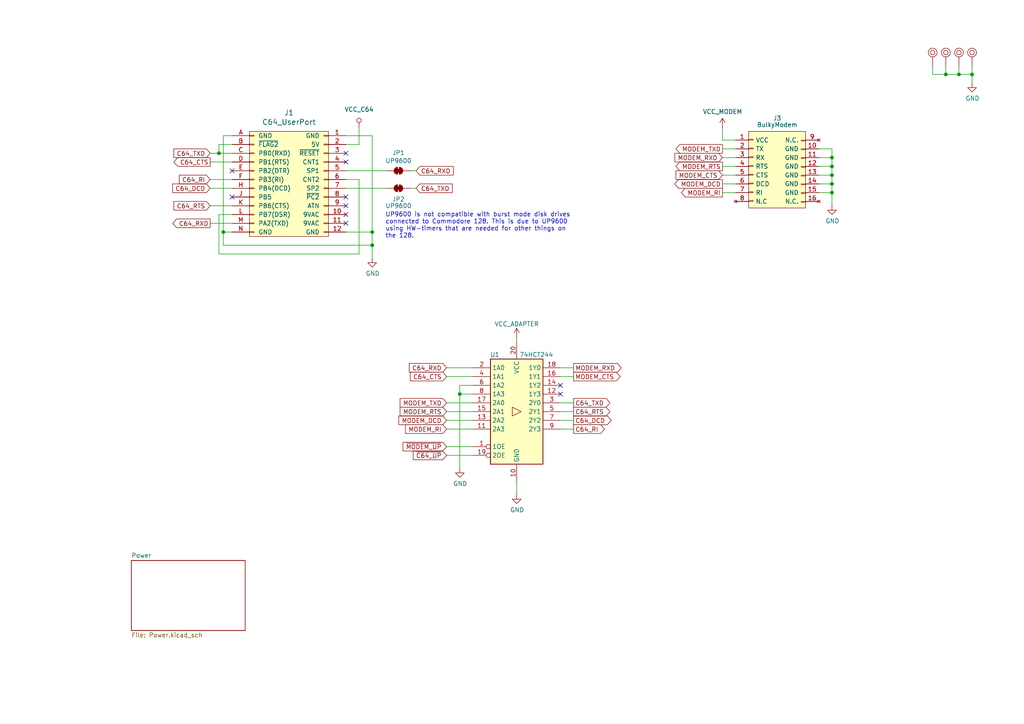
<source format=kicad_sch>
(kicad_sch (version 20231120) (generator "eeschema") (generator_version "8.0")
  (paper "A4")
  (title_block (title "BulkyModem (C64 UserPort Adapter)") (comment 4 "UserPort adapter for connecting to the BulkyModem via a 2x8-pin IDC cable."))
  (lib_symbols
    (symbol "74xx:74HCT244"
      (property "Reference" "U" (at -7.62 16.51 0))
      (property "Value" "74HCT244" (at -7.62 -16.51 0))
      (symbol "74HCT244_1_0"
        (polyline (pts (xy 1.27 0) (xy -1.27 1.27) (xy -1.27 -1.27) (xy 1.27 0)) (stroke (width 0.1524)))
        (pin input inverted (at -12.7 -10.16 0) (length 5.08) (name "1OE") (number "1"))
        (pin power_in line (at 0 -20.32 90) (length 5.08) (name "GND") (number "10"))
        (pin input line (at -12.7 -5.08 0) (length 5.08) (name "2A3") (number "11"))
        (pin tri_state line (at 12.7 5.08 180) (length 5.08) (name "1Y3") (number "12"))
        (pin input line (at -12.7 -2.54 0) (length 5.08) (name "2A2") (number "13"))
        (pin tri_state line (at 12.7 7.62 180) (length 5.08) (name "1Y2") (number "14"))
        (pin input line (at -12.7 0 0) (length 5.08) (name "2A1") (number "15"))
        (pin tri_state line (at 12.7 10.16 180) (length 5.08) (name "1Y1") (number "16"))
        (pin input line (at -12.7 2.54 0) (length 5.08) (name "2A0") (number "17"))
        (pin tri_state line (at 12.7 12.7 180) (length 5.08) (name "1Y0") (number "18"))
        (pin input inverted (at -12.7 -12.7 0) (length 5.08) (name "2OE") (number "19"))
        (pin input line (at -12.7 12.7 0) (length 5.08) (name "1A0") (number "2"))
        (pin power_in line (at 0 20.32 270) (length 5.08) (name "VCC") (number "20"))
        (pin tri_state line (at 12.7 2.54 180) (length 5.08) (name "2Y0") (number "3"))
        (pin input line (at -12.7 10.16 0) (length 5.08) (name "1A1") (number "4"))
        (pin tri_state line (at 12.7 0 180) (length 5.08) (name "2Y1") (number "5"))
        (pin input line (at -12.7 7.62 0) (length 5.08) (name "1A2") (number "6"))
        (pin tri_state line (at 12.7 -2.54 180) (length 5.08) (name "2Y2") (number "7"))
        (pin input line (at -12.7 5.08 0) (length 5.08) (name "1A3") (number "8"))
        (pin tri_state line (at 12.7 -5.08 180) (length 5.08) (name "2Y3") (number "9"))
      )
      (symbol "74HCT244_1_1"
        (rectangle (start -7.62 15.24) (end 7.62 -15.24) (stroke (width 0.254)) (fill (type background)))
      )
    )
    (symbol "Jumper:SolderJumper_2_Bridged" (pin_numbers hide) (pin_names (offset 0) hide) (exclude_from_sim yes) (in_bom no)
      (property "Reference" "JP" (at 0 2.032 0))
      (property "Value" "SolderJumper_2_Bridged" (at 0 -2.54 0))
      (symbol "SolderJumper_2_Bridged_0_1"
        (rectangle (start -0.508 0.508) (end 0.508 -0.508) (fill (type outline)))
        (arc (start -0.254 1.016) (mid -1.2656 0) (end -0.254 -1.016))
        (arc (start -0.254 1.016) (mid -1.2656 0) (end -0.254 -1.016) (fill (type outline)))
        (polyline (pts (xy -0.254 1.016) (xy -0.254 -1.016)))
        (polyline (pts (xy 0.254 1.016) (xy 0.254 -1.016)))
        (arc (start 0.254 -1.016) (mid 1.2656 0) (end 0.254 1.016))
        (arc (start 0.254 -1.016) (mid 1.2656 0) (end 0.254 1.016) (fill (type outline)))
      )
      (symbol "SolderJumper_2_Bridged_1_1"
        (pin passive line (at -3.81 0 0) (length 2.54) (name "A") (number "1"))
        (pin passive line (at 3.81 0 180) (length 2.54) (name "B") (number "2"))
      )
    )
    (symbol "barrel_jack:VIN" (power) (pin_names (offset 0))
      (property "Value" "VIN" (at 0 3.81 0))
      (symbol "VIN_0_1"
        (polyline (pts (xy 0 0) (xy 0 1.27)))
        (circle (center 0 1.905) (radius 0.635))
      )
      (symbol "VIN_1_1"
        (pin power_in line (at 0 0 90) (length 0) hide (name "VIN") (number "1"))
      )
    )
    (symbol "c64_adapter_idc:C64_Modem_IDC" (pin_names (offset 2.0066))
      (property "Reference" "J" (at -0.762 3.556 0))
      (property "Value" "C64_Modem_IDC" (at -0.508 -21.082 0))
      (symbol "C64_Modem_IDC_0_1"
        (rectangle (start -8.255 -7.62) (end -8.255 -10.16) (fill (type outline)))
        (rectangle (start -8.255 2.54) (end 8.255 -19.685) (fill (type background)))
      )
      (symbol "C64_Modem_IDC_1_1"
        (rectangle (start -8.255 -17.526) (end -6.985 -17.78) (stroke (width 0.1524)))
        (rectangle (start -8.255 -14.986) (end -6.985 -15.24) (stroke (width 0.1524)))
        (rectangle (start -8.255 -12.446) (end -6.985 -12.7) (stroke (width 0.1524)))
        (rectangle (start -8.255 -9.906) (end -6.985 -10.16) (stroke (width 0.1524)))
        (rectangle (start -8.255 -7.366) (end -6.985 -7.62) (stroke (width 0.1524)))
        (rectangle (start -8.255 -4.826) (end -6.985 -5.08) (stroke (width 0.1524)))
        (rectangle (start -8.255 -2.286) (end -6.985 -2.54) (stroke (width 0.1524)))
        (rectangle (start -8.255 0.254) (end -6.985 0) (stroke (width 0.1524)))
        (rectangle (start 8.255 -17.78) (end 6.985 -18.034) (stroke (width 0.1524)))
        (rectangle (start 8.255 -15.24) (end 6.985 -15.494) (stroke (width 0.1524)))
        (rectangle (start 8.255 -12.7) (end 6.985 -12.954) (stroke (width 0.1524)))
        (rectangle (start 8.255 -10.16) (end 6.985 -10.414) (stroke (width 0.1524)))
        (rectangle (start 8.255 -7.62) (end 6.985 -7.874) (stroke (width 0.1524)))
        (rectangle (start 8.255 -5.08) (end 6.985 -5.334) (stroke (width 0.1524)))
        (rectangle (start 8.255 -2.54) (end 6.985 -2.794) (stroke (width 0.1524)))
        (rectangle (start 8.255 0) (end 6.985 -0.254) (stroke (width 0.1524)))
        (pin power_out line (at -12.065 0 0) (length 3.81) (name "VCC") (number "1"))
        (pin power_out line (at 12.065 -2.54 180) (length 3.81) (name "GND") (number "10"))
        (pin passive line (at 12.065 -5.08 180) (length 3.81) (name "GND") (number "11"))
        (pin passive line (at 12.065 -7.62 180) (length 3.81) (name "GND") (number "12"))
        (pin passive line (at 12.065 -10.16 180) (length 3.81) (name "GND") (number "13"))
        (pin passive line (at 12.065 -12.7 180) (length 3.81) (name "GND") (number "14"))
        (pin passive line (at 12.065 -15.24 180) (length 3.81) (name "GND") (number "15"))
        (pin no_connect line (at 12.065 -17.78 180) (length 3.81) (name "N.C.") (number "16"))
        (pin output line (at -12.065 -2.54 0) (length 3.81) (name "TX") (number "2"))
        (pin input line (at -12.065 -5.08 0) (length 3.81) (name "RX") (number "3"))
        (pin output line (at -12.065 -7.62 0) (length 3.81) (name "RTS") (number "4"))
        (pin input line (at -12.065 -10.16 0) (length 3.81) (name "CTS") (number "5"))
        (pin output line (at -12.065 -12.7 0) (length 3.81) (name "DCD") (number "6"))
        (pin output line (at -12.065 -15.24 0) (length 3.81) (name "RI") (number "7"))
        (pin no_connect line (at -12.065 -17.78 0) (length 3.81) (name "N.C") (number "8"))
        (pin no_connect line (at 12.065 0 180) (length 3.81) (name "N.C.") (number "9"))
      )
    )
    (symbol "c64_user_port:C64_User_Port_Serial" (pin_names (offset 2.54))
      (property "Reference" "J" (at -10.16 17.145 0))
      (property "Value" "C64_User_Port_Serial" (at 0 -17.145 0))
      (symbol "C64_User_Port_Serial_0_1"
        (rectangle (start -11.43 15.24) (end 11.43 -15.24) (fill (type background)))
      )
      (symbol "C64_User_Port_Serial_1_1"
        (rectangle (start -11.43 -13.843) (end -10.16 -14.097) (stroke (width 0.1524)))
        (rectangle (start -11.43 -11.303) (end -10.16 -11.557) (stroke (width 0.1524)))
        (rectangle (start -11.43 -8.763) (end -10.16 -9.017) (stroke (width 0.1524)))
        (rectangle (start -11.43 -6.223) (end -10.16 -6.477) (stroke (width 0.1524)))
        (rectangle (start -11.43 -3.683) (end -10.16 -3.937) (stroke (width 0.1524)))
        (rectangle (start -11.43 -1.143) (end -10.16 -1.397) (stroke (width 0.1524)))
        (rectangle (start -11.43 1.397) (end -10.16 1.143) (stroke (width 0.1524)))
        (rectangle (start -11.43 3.937) (end -10.16 3.683) (stroke (width 0.1524)))
        (rectangle (start -11.43 6.477) (end -10.16 6.223) (stroke (width 0.1524)))
        (rectangle (start -11.43 9.017) (end -10.16 8.763) (stroke (width 0.1524)))
        (rectangle (start -11.43 11.557) (end -10.16 11.303) (stroke (width 0.1524)))
        (rectangle (start -11.43 14.097) (end -10.16 13.843) (stroke (width 0.1524)))
        (rectangle (start 10.16 -13.843) (end 11.43 -14.097) (stroke (width 0.1524)))
        (rectangle (start 10.16 -11.303) (end 11.43 -11.557) (stroke (width 0.1524)))
        (rectangle (start 10.16 -8.763) (end 11.43 -9.017) (stroke (width 0.1524)))
        (rectangle (start 10.16 -6.223) (end 11.43 -6.477) (stroke (width 0.1524)))
        (rectangle (start 10.16 -3.683) (end 11.43 -3.937) (stroke (width 0.1524)))
        (rectangle (start 10.16 -1.143) (end 11.43 -1.397) (stroke (width 0.1524)))
        (rectangle (start 10.16 1.397) (end 11.43 1.143) (stroke (width 0.1524)))
        (rectangle (start 10.16 3.937) (end 11.43 3.683) (stroke (width 0.1524)))
        (rectangle (start 10.16 6.477) (end 11.43 6.223) (stroke (width 0.1524)))
        (rectangle (start 10.16 9.017) (end 11.43 8.763) (stroke (width 0.1524)))
        (rectangle (start 10.16 11.557) (end 11.43 11.303) (stroke (width 0.1524)))
        (rectangle (start 10.16 14.097) (end 11.43 13.843) (stroke (width 0.1524)))
        (pin passive line (at 16.51 13.97 180) (length 5.08) (name "GND") (number "1"))
        (pin power_out line (at 16.51 -8.89 180) (length 5.08) (name "9VAC") (number "10"))
        (pin power_out line (at 16.51 -11.43 180) (length 5.08) (name "9VAC") (number "11"))
        (pin passive line (at 16.51 -13.97 180) (length 5.08) (name "GND") (number "12"))
        (pin power_out line (at 16.51 11.43 180) (length 5.08) (name "5V") (number "2"))
        (pin bidirectional line (at 16.51 8.89 180) (length 5.08) (name "~{RESET}") (number "3"))
        (pin input line (at 16.51 6.35 180) (length 5.08) (name "CNT1") (number "4"))
        (pin passive line (at 16.51 3.81 180) (length 5.08) (name "SP1") (number "5"))
        (pin input line (at 16.51 1.27 180) (length 5.08) (name "CNT2") (number "6"))
        (pin passive line (at 16.51 -1.27 180) (length 5.08) (name "SP2") (number "7"))
        (pin input line (at 16.51 -3.81 180) (length 5.08) (name "~{PC2}") (number "8"))
        (pin output line (at 16.51 -6.35 180) (length 5.08) (name "ATN") (number "9"))
        (pin passive line (at -16.51 13.97 0) (length 5.08) (name "GND") (number "A"))
        (pin passive line (at -16.51 11.43 0) (length 5.08) (name "~{FLAG2}") (number "B"))
        (pin input line (at -16.51 8.89 0) (length 5.08) (name "PB0(RXD)") (number "C"))
        (pin output line (at -16.51 6.35 0) (length 5.08) (name "PB1(RTS)") (number "D"))
        (pin bidirectional line (at -16.51 3.81 0) (length 5.08) (name "PB2(DTR)") (number "E"))
        (pin input line (at -16.51 1.27 0) (length 5.08) (name "PB3(RI)") (number "F"))
        (pin input line (at -16.51 -1.27 0) (length 5.08) (name "PB4(DCD)") (number "H"))
        (pin bidirectional line (at -16.51 -3.81 0) (length 5.08) (name "PB5") (number "J"))
        (pin input line (at -16.51 -6.35 0) (length 5.08) (name "PB6(CTS)") (number "K"))
        (pin bidirectional line (at -16.51 -8.89 0) (length 5.08) (name "PB7(DSR)") (number "L"))
        (pin output line (at -16.51 -11.43 0) (length 5.08) (name "PA2(TXD)") (number "M"))
        (pin passive line (at -16.51 -13.97 0) (length 5.08) (name "GND") (number "N"))
      )
    )
    (symbol "mounting:Mounting_Pin" (pin_numbers hide) (pin_names (offset 0) hide)
      (symbol "Mounting_Pin_0_1"
        (circle (center 0 0) (radius 0.635))
        (circle (center 0 0) (radius 1.27))
      )
      (symbol "Mounting_Pin_1_1"
        (pin passive line (at 0 -3.81 90) (length 2.54) (name "~") (number "1"))
      )
    )
    (symbol "power:GND" (power) (pin_numbers hide) (pin_names (offset 0) hide)
      (property "Value" "GND" (at 0 -3.81 0))
      (symbol "GND_0_1"
        (polyline (pts (xy 0 0) (xy 0 -1.27) (xy 1.27 -1.27) (xy 0 -2.54) (xy -1.27 -1.27) (xy 0 -1.27)))
      )
      (symbol "GND_1_1"
        (pin power_in line (at 0 0 270) (length 0) (name "~") (number "1"))
      )
    )
    (symbol "power:VCC" (power) (pin_numbers hide) (pin_names (offset 0) hide)
      (property "Value" "VCC" (at 0 3.556 0))
      (symbol "VCC_0_1"
        (polyline (pts (xy -0.762 1.27) (xy 0 2.54)))
        (polyline (pts (xy 0 0) (xy 0 2.54)))
        (polyline (pts (xy 0 2.54) (xy 0.762 1.27)))
      )
      (symbol "VCC_1_1"
        (pin power_in line (at 0 0 90) (length 0) (name "~") (number "1"))
      )
    )
  )
  (junction (at 63.5 44.45))
  (junction (at 241.3 50.8))
  (junction (at 241.3 53.34))
  (junction (at 241.3 55.88))
  (junction (at 107.95 71.12))
  (junction (at 64.77 67.31))
  (junction (at 241.3 48.26))
  (junction (at 133.35 114.3))
  (junction (at 274.32 21.59))
  (junction (at 281.94 21.59))
  (junction (at 241.3 45.72))
  (junction (at 107.95 67.31))
  (junction (at 278.13 21.59))
  (no_connect (at 67.31 57.15))
  (no_connect (at 100.33 59.69))
  (no_connect (at 100.33 64.77))
  (no_connect (at 162.56 114.3))
  (no_connect (at 100.33 57.15))
  (no_connect (at 100.33 44.45))
  (no_connect (at 100.33 46.99))
  (no_connect (at 162.56 111.76))
  (no_connect (at 100.33 62.23))
  (no_connect (at 67.31 49.53))
  (wire (pts (xy 209.55 55.88) (xy 213.36 55.88)))
  (wire (pts (xy 100.33 39.37) (xy 107.95 39.37)))
  (wire (pts (xy 63.5 44.45) (xy 60.96 44.45)))
  (wire (pts (xy 209.55 48.26) (xy 213.36 48.26)))
  (wire (pts (xy 149.86 139.7) (xy 149.86 143.51)))
  (wire (pts (xy 67.31 52.07) (xy 60.96 52.07)))
  (wire (pts (xy 129.54 119.38) (xy 137.16 119.38)))
  (wire (pts (xy 237.49 53.34) (xy 241.3 53.34)))
  (wire (pts (xy 278.13 19.05) (xy 278.13 21.59)))
  (wire (pts (xy 67.31 62.23) (xy 63.5 62.23)))
  (wire (pts (xy 104.14 36.83) (xy 104.14 41.91)))
  (wire (pts (xy 63.5 44.45) (xy 67.31 44.45)))
  (wire (pts (xy 129.54 124.46) (xy 137.16 124.46)))
  (wire (pts (xy 209.55 53.34) (xy 213.36 53.34)))
  (wire (pts (xy 274.32 19.05) (xy 274.32 21.59)))
  (wire (pts (xy 162.56 119.38) (xy 166.37 119.38)))
  (wire (pts (xy 241.3 53.34) (xy 241.3 55.88)))
  (wire (pts (xy 64.77 39.37) (xy 64.77 67.31)))
  (wire (pts (xy 270.51 21.59) (xy 274.32 21.59)))
  (wire (pts (xy 107.95 67.31) (xy 107.95 71.12)))
  (wire (pts (xy 162.56 121.92) (xy 166.37 121.92)))
  (wire (pts (xy 274.32 21.59) (xy 278.13 21.59)))
  (wire (pts (xy 63.5 41.91) (xy 67.31 41.91)))
  (wire (pts (xy 270.51 19.05) (xy 270.51 21.59)))
  (wire (pts (xy 237.49 48.26) (xy 241.3 48.26)))
  (wire (pts (xy 241.3 48.26) (xy 241.3 50.8)))
  (wire (pts (xy 60.96 64.77) (xy 67.31 64.77)))
  (wire (pts (xy 60.96 46.99) (xy 67.31 46.99)))
  (wire (pts (xy 67.31 67.31) (xy 64.77 67.31)))
  (wire (pts (xy 241.3 43.18) (xy 241.3 45.72)))
  (wire (pts (xy 209.55 43.18) (xy 213.36 43.18)))
  (wire (pts (xy 129.54 132.08) (xy 137.16 132.08)))
  (wire (pts (xy 137.16 111.76) (xy 133.35 111.76)))
  (wire (pts (xy 162.56 124.46) (xy 166.37 124.46)))
  (wire (pts (xy 241.3 45.72) (xy 241.3 48.26)))
  (wire (pts (xy 209.55 45.72) (xy 213.36 45.72)))
  (wire (pts (xy 149.86 97.79) (xy 149.86 99.06)))
  (wire (pts (xy 129.54 116.84) (xy 137.16 116.84)))
  (wire (pts (xy 241.3 55.88) (xy 241.3 59.69)))
  (wire (pts (xy 241.3 50.8) (xy 241.3 53.34)))
  (wire (pts (xy 63.5 62.23) (xy 63.5 73.66)))
  (wire (pts (xy 64.77 71.12) (xy 107.95 71.12)))
  (wire (pts (xy 162.56 106.68) (xy 166.37 106.68)))
  (wire (pts (xy 60.96 59.69) (xy 67.31 59.69)))
  (wire (pts (xy 64.77 67.31) (xy 64.77 71.12)))
  (wire (pts (xy 237.49 43.18) (xy 241.3 43.18)))
  (wire (pts (xy 119.38 54.61) (xy 120.65 54.61)))
  (wire (pts (xy 209.55 36.83) (xy 209.55 40.64)))
  (wire (pts (xy 67.31 39.37) (xy 64.77 39.37)))
  (wire (pts (xy 281.94 21.59) (xy 281.94 19.05)))
  (wire (pts (xy 281.94 21.59) (xy 281.94 24.13)))
  (wire (pts (xy 100.33 49.53) (xy 111.76 49.53)))
  (wire (pts (xy 133.35 111.76) (xy 133.35 114.3)))
  (wire (pts (xy 129.54 121.92) (xy 137.16 121.92)))
  (wire (pts (xy 237.49 55.88) (xy 241.3 55.88)))
  (wire (pts (xy 60.96 54.61) (xy 67.31 54.61)))
  (wire (pts (xy 63.5 73.66) (xy 104.14 73.66)))
  (wire (pts (xy 162.56 109.22) (xy 166.37 109.22)))
  (wire (pts (xy 209.55 50.8) (xy 213.36 50.8)))
  (wire (pts (xy 133.35 114.3) (xy 137.16 114.3)))
  (wire (pts (xy 237.49 50.8) (xy 241.3 50.8)))
  (wire (pts (xy 129.54 106.68) (xy 137.16 106.68)))
  (wire (pts (xy 237.49 45.72) (xy 241.3 45.72)))
  (wire (pts (xy 104.14 52.07) (xy 100.33 52.07)))
  (wire (pts (xy 129.54 109.22) (xy 137.16 109.22)))
  (wire (pts (xy 63.5 41.91) (xy 63.5 44.45)))
  (wire (pts (xy 100.33 41.91) (xy 104.14 41.91)))
  (wire (pts (xy 107.95 71.12) (xy 107.95 74.93)))
  (wire (pts (xy 133.35 114.3) (xy 133.35 135.89)))
  (wire (pts (xy 209.55 40.64) (xy 213.36 40.64)))
  (wire (pts (xy 129.54 129.54) (xy 137.16 129.54)))
  (wire (pts (xy 100.33 67.31) (xy 107.95 67.31)))
  (wire (pts (xy 107.95 39.37) (xy 107.95 67.31)))
  (wire (pts (xy 104.14 52.07) (xy 104.14 73.66)))
  (wire (pts (xy 278.13 21.59) (xy 281.94 21.59)))
  (wire (pts (xy 162.56 116.84) (xy 166.37 116.84)))
  (wire (pts (xy 120.65 49.53) (xy 119.38 49.53)))
  (wire (pts (xy 100.33 54.61) (xy 111.76 54.61)))
  (text "UP9600 is not compatible with burst mode disk drives\nconnected to Commodore 128. This is due to UP9600\nusing HW-timers that are needed for other things on\nthe 128." (at 111.76 69.215 0) (effects (font (size 1.27 1.27)) (justify left bottom)))
  (global_label "MODEM_DCD" (shape output) (at 209.55 53.34 180) (property "Intersheetrefs" "${INTERSHEET_REFS}" (effects (hide yes))))
  (global_label "C64_DCD" (shape input) (at 60.96 54.61 180) (property "Intersheetrefs" "${INTERSHEET_REFS}" (effects (hide yes))))
  (global_label "~{MODEM_UP}" (shape input) (at 129.54 129.54 180) (property "Intersheetrefs" "${INTERSHEET_REFS}" (effects (hide yes))))
  (global_label "C64_RXD" (shape input) (at 129.54 106.68 180) (property "Intersheetrefs" "${INTERSHEET_REFS}" (effects (hide yes))))
  (global_label "MODEM_RXD" (shape output) (at 166.37 106.68 0) (property "Intersheetrefs" "${INTERSHEET_REFS}" (effects (hide yes))))
  (global_label "MODEM_RI" (shape input) (at 129.54 124.46 180) (property "Intersheetrefs" "${INTERSHEET_REFS}" (effects (hide yes))))
  (global_label "C64_RI" (shape input) (at 60.96 52.07 180) (property "Intersheetrefs" "${INTERSHEET_REFS}" (effects (hide yes))))
  (global_label "MODEM_TXD" (shape input) (at 129.54 116.84 180) (property "Intersheetrefs" "${INTERSHEET_REFS}" (effects (hide yes))))
  (global_label "C64_TXD" (shape output) (at 166.37 116.84 0) (property "Intersheetrefs" "${INTERSHEET_REFS}" (effects (hide yes))))
  (global_label "MODEM_RTS" (shape output) (at 209.55 48.26 180) (property "Intersheetrefs" "${INTERSHEET_REFS}" (effects (hide yes))))
  (global_label "C64_CTS" (shape output) (at 60.96 46.99 180) (property "Intersheetrefs" "${INTERSHEET_REFS}" (effects (hide yes))))
  (global_label "C64_RXD" (shape output) (at 60.96 64.77 180) (property "Intersheetrefs" "${INTERSHEET_REFS}" (effects (hide yes))))
  (global_label "~{C64_UP}" (shape input) (at 129.54 132.08 180) (property "Intersheetrefs" "${INTERSHEET_REFS}" (effects (hide yes))))
  (global_label "C64_RTS" (shape output) (at 166.37 119.38 0) (property "Intersheetrefs" "${INTERSHEET_REFS}" (effects (hide yes))))
  (global_label "C64_RI" (shape output) (at 166.37 124.46 0) (property "Intersheetrefs" "${INTERSHEET_REFS}" (effects (hide yes))))
  (global_label "MODEM_CTS" (shape output) (at 166.37 109.22 0) (property "Intersheetrefs" "${INTERSHEET_REFS}" (effects (hide yes))))
  (global_label "MODEM_CTS" (shape input) (at 209.55 50.8 180) (property "Intersheetrefs" "${INTERSHEET_REFS}" (effects (hide yes))))
  (global_label "C64_RTS" (shape input) (at 60.96 59.69 180) (property "Intersheetrefs" "${INTERSHEET_REFS}" (effects (hide yes))))
  (global_label "C64_TXD" (shape input) (at 120.65 54.61 0) (property "Intersheetrefs" "${INTERSHEET_REFS}" (effects (hide yes))))
  (global_label "C64_DCD" (shape output) (at 166.37 121.92 0) (property "Intersheetrefs" "${INTERSHEET_REFS}" (effects (hide yes))))
  (global_label "MODEM_RTS" (shape input) (at 129.54 119.38 180) (property "Intersheetrefs" "${INTERSHEET_REFS}" (effects (hide yes))))
  (global_label "MODEM_RI" (shape output) (at 209.55 55.88 180) (property "Intersheetrefs" "${INTERSHEET_REFS}" (effects (hide yes))))
  (global_label "MODEM_RXD" (shape input) (at 209.55 45.72 180) (property "Intersheetrefs" "${INTERSHEET_REFS}" (effects (hide yes))))
  (global_label "C64_TXD" (shape input) (at 60.96 44.45 180) (property "Intersheetrefs" "${INTERSHEET_REFS}" (effects (hide yes))))
  (global_label "C64_CTS" (shape input) (at 129.54 109.22 180) (property "Intersheetrefs" "${INTERSHEET_REFS}" (effects (hide yes))))
  (global_label "C64_RXD" (shape input) (at 120.65 49.53 0) (property "Intersheetrefs" "${INTERSHEET_REFS}" (effects (hide yes))))
  (global_label "MODEM_TXD" (shape output) (at 209.55 43.18 180) (property "Intersheetrefs" "${INTERSHEET_REFS}" (effects (hide yes))))
  (global_label "MODEM_DCD" (shape input) (at 129.54 121.92 180) (property "Intersheetrefs" "${INTERSHEET_REFS}" (effects (hide yes))))
  (symbol (lib_id "c64_user_port:C64_User_Port_Serial") (at 83.82 53.34 0) (unit 1)
    (property "Reference" "J1" (at 83.82 32.7152 0) (effects (font (size 1.524 1.524))))
    (property "Value" "C64_UserPort" (at 83.82 35.4076 0) (effects (font (size 1.524 1.524))))
    (property "Footprint" "C64_User_Port:C64_User-Port" (effects (hide yes)))
  )
  (symbol (lib_id "power:GND") (at 107.95 74.93 0) (unit 1)
    (property "Reference" "#PWR0101" (effects (hide yes)))
    (property "Value" "GND" (at 108.077 79.3242 0))
  )
  (symbol (lib_id "mounting:Mounting_Pin") (at 270.51 15.24 0) (unit 1)
    (property "Reference" "M1" (effects (hide yes)))
    (property "Value" "Mounting" (effects (hide yes)))
    (property "Footprint" "mounting:M3_pin" (effects (hide yes)))
    (property "Description" "Generic connector, single row, 01x01" (effects (hide yes)))
  )
  (symbol (lib_id "mounting:Mounting_Pin") (at 274.32 15.24 0) (unit 1)
    (property "Reference" "M2" (effects (hide yes)))
    (property "Value" "Mounting" (effects (hide yes)))
    (property "Footprint" "mounting:M3_pin" (effects (hide yes)))
    (property "Description" "Generic connector, single row, 01x01" (effects (hide yes)))
  )
  (symbol (lib_id "mounting:Mounting_Pin") (at 278.13 15.24 0) (unit 1)
    (property "Reference" "M3" (effects (hide yes)))
    (property "Value" "Mounting" (effects (hide yes)))
    (property "Footprint" "mounting:M3_pin" (effects (hide yes)))
    (property "Description" "Generic connector, single row, 01x01" (effects (hide yes)))
  )
  (symbol (lib_id "mounting:Mounting_Pin") (at 281.94 15.24 0) (unit 1)
    (property "Reference" "M4" (effects (hide yes)))
    (property "Value" "Mounting" (effects (hide yes)))
    (property "Footprint" "mounting:M3_pin" (effects (hide yes)))
    (property "Description" "Generic connector, single row, 01x01" (effects (hide yes)))
  )
  (symbol (lib_id "c64_adapter_idc:C64_Modem_IDC") (at 225.425 40.64 0) (unit 1)
    (property "Reference" "J3" (at 225.425 34.29 0))
    (property "Value" "BulkyModem" (at 225.425 36.195 0))
    (property "Footprint" "BulkyModem:UserPort_Adapter_IDC" (effects (hide yes)))
  )
  (symbol (lib_id "power:GND") (at 241.3 59.69 0) (unit 1)
    (property "Reference" "#PWR0102" (effects (hide yes)))
    (property "Value" "GND" (at 241.427 64.0842 0))
  )
  (symbol (lib_id "Jumper:SolderJumper_2_Bridged") (at 115.57 49.53 0) (unit 1)
    (property "Reference" "JP1" (at 115.57 44.323 0))
    (property "Value" "UP9600" (at 115.57 46.6344 0))
    (property "Footprint" "Connector_PinHeader_2.54mm:PinHeader_1x02_P2.54mm_Vertical" (effects (hide yes)))
  )
  (symbol (lib_id "Jumper:SolderJumper_2_Bridged") (at 115.57 54.61 0) (unit 1)
    (property "Reference" "JP2" (at 115.57 57.785 0))
    (property "Value" "UP9600" (at 115.57 59.69 0))
    (property "Footprint" "Connector_PinHeader_2.54mm:PinHeader_1x02_P2.54mm_Vertical" (effects (hide yes)))
  )
  (symbol (lib_id "power:VCC") (at 209.55 36.83 0) (unit 1)
    (property "Reference" "#PWR01" (effects (hide yes)))
    (property "Value" "VCC_MODEM" (at 209.55 32.385 0))
    (property "Description" "Power symbol creates a global label with name \"VCC\"" (effects (hide yes)))
  )
  (symbol (lib_id "power:GND") (at 149.86 143.51 0) (unit 1)
    (property "Reference" "#PWR011" (effects (hide yes)))
    (property "Value" "GND" (at 149.987 147.9042 0))
  )
  (symbol (lib_id "power:GND") (at 281.94 24.13 0) (unit 1)
    (property "Reference" "#PWR08" (effects (hide yes)))
    (property "Value" "GND" (at 282.067 28.5242 0))
  )
  (symbol (lib_id "barrel_jack:VIN") (at 104.14 36.83 0) (unit 1)
    (property "Reference" "#PWR02" (effects (hide yes)))
    (property "Value" "VCC_C64" (at 104.14 31.75 0))
    (property "Description" "Power symbol creates a global label with name \"LINE\"" (effects (hide yes)))
  )
  (symbol (lib_id "74xx:74HCT244") (at 149.86 119.38 0) (unit 1)
    (property "Reference" "U1" (at 143.51 102.87 0))
    (property "Value" "74HCT244" (at 155.575 102.87 0))
    (property "Footprint" "Package_DIP:DIP-20_W7.62mm_Socket_LongPads" (effects (hide yes)))
    (property "Datasheet" "https://assets.nexperia.com/documents/data-sheet/74HC_HCT244.pdf" (effects (hide yes)))
    (property "Description" "8-bit Buffer/Line Driver 3-state" (effects (hide yes)))
  )
  (symbol (lib_id "power:VCC") (at 149.86 97.79 0) (unit 1)
    (property "Reference" "#PWR010" (effects (hide yes)))
    (property "Value" "VCC_ADAPTER" (at 149.86 93.98 0))
    (property "Description" "Power symbol creates a global label with name \"VCC\"" (effects (hide yes)))
  )
  (symbol (lib_id "power:GND") (at 133.35 135.89 0) (unit 1)
    (property "Reference" "#PWR07" (effects (hide yes)))
    (property "Value" "GND" (at 133.477 140.2842 0))
  )
  (sheet (at 38.1 162.56) (size 33.02 20.32) (stroke (width 0.1524))
    (property "Sheetname" "Power" (at 38.1 161.8484 0) (effects (justify left bottom)))
    (property "Sheetfile" "Power.kicad_sch" (at 38.1 183.4646 0) (effects (justify left top)))
  )
)
</source>
